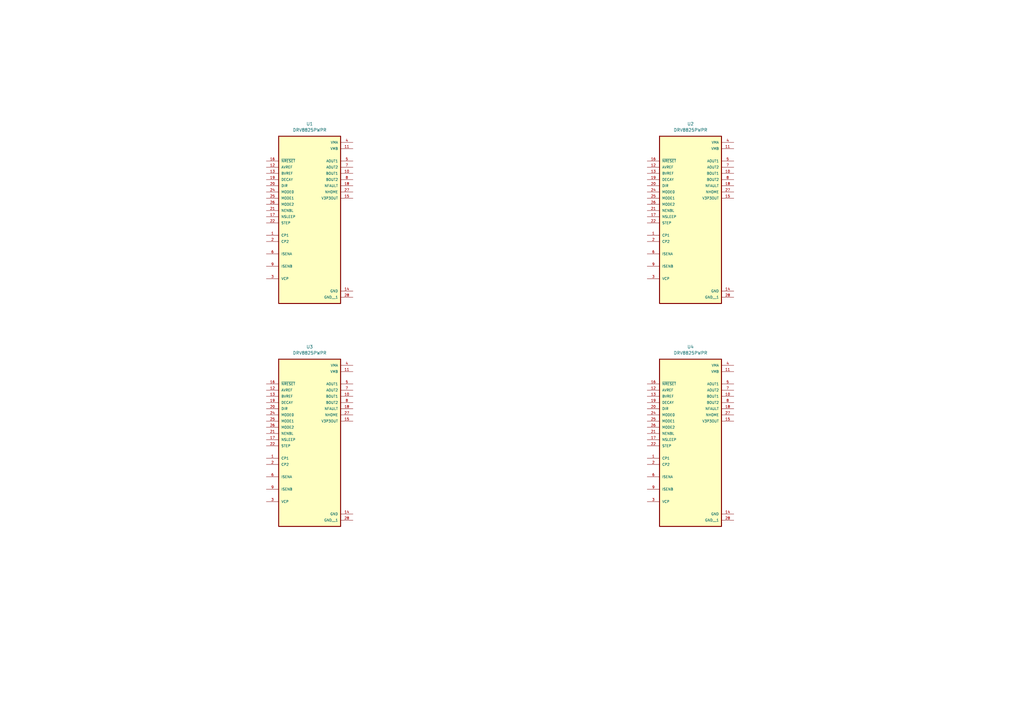
<source format=kicad_sch>
(kicad_sch (version 20231120) (generator "eeschema") (generator_version "8.0")
  (paper "A3")
  (lib_symbols
    (symbol "DRV8825PWPR:DRV8825PWPR" (pin_names (offset 1.016))
      (property "Reference" "U" (at -12.7 34.02 0))
      (property "Value" "DRV8825PWPR" (at -12.7 -39.56 0))
      (symbol "DRV8825PWPR_0_0"
        (rectangle (start -12.7 -35.56) (end 12.7 33.02) (stroke (width 0.41)) (fill (type background)))
        (pin bidirectional line (at -17.78 -7.62 0) (length 5.08) (name "CP1") (number "1"))
        (pin output line (at 17.78 17.78 180) (length 5.08) (name "BOUT1") (number "10"))
        (pin power_in line (at 17.78 27.94 180) (length 5.08) (name "VMB") (number "11"))
        (pin input line (at -17.78 20.32 0) (length 5.08) (name "AVREF") (number "12"))
        (pin input line (at -17.78 17.78 0) (length 5.08) (name "BVREF") (number "13"))
        (pin power_in line (at 17.78 -30.48 180) (length 5.08) (name "GND") (number "14"))
        (pin output line (at 17.78 7.62 180) (length 5.08) (name "V3P3OUT") (number "15"))
        (pin input line (at -17.78 22.86 0) (length 5.08) (name "~{NRESET}") (number "16"))
        (pin input line (at -17.78 0 0) (length 5.08) (name "NSLEEP") (number "17"))
        (pin output line (at 17.78 12.7 180) (length 5.08) (name "NFAULT") (number "18"))
        (pin input line (at -17.78 15.24 0) (length 5.08) (name "DECAY") (number "19"))
        (pin bidirectional line (at -17.78 -10.16 0) (length 5.08) (name "CP2") (number "2"))
        (pin input line (at -17.78 12.7 0) (length 5.08) (name "DIR") (number "20"))
        (pin input line (at -17.78 2.54 0) (length 5.08) (name "NENBL") (number "21"))
        (pin input line (at -17.78 -2.54 0) (length 5.08) (name "STEP") (number "22"))
        (pin input line (at -17.78 10.16 0) (length 5.08) (name "MODE0") (number "24"))
        (pin input line (at -17.78 7.62 0) (length 5.08) (name "MODE1") (number "25"))
        (pin input line (at -17.78 5.08 0) (length 5.08) (name "MODE2") (number "26"))
        (pin output line (at 17.78 10.16 180) (length 5.08) (name "NHOME") (number "27"))
        (pin power_in line (at 17.78 -33.02 180) (length 5.08) (name "GND__1") (number "28"))
        (pin bidirectional line (at -17.78 -25.4 0) (length 5.08) (name "VCP") (number "3"))
        (pin power_in line (at 17.78 30.48 180) (length 5.08) (name "VMA") (number "4"))
        (pin output line (at 17.78 22.86 180) (length 5.08) (name "AOUT1") (number "5"))
        (pin bidirectional line (at -17.78 -15.24 0) (length 5.08) (name "ISENA") (number "6"))
        (pin output line (at 17.78 20.32 180) (length 5.08) (name "AOUT2") (number "7"))
        (pin output line (at 17.78 15.24 180) (length 5.08) (name "BOUT2") (number "8"))
        (pin bidirectional line (at -17.78 -20.32 0) (length 5.08) (name "ISENB") (number "9"))
      )
    )
  )
  (symbol (lib_id "DRV8825PWPR:DRV8825PWPR") (at 283.21 88.9 0) (unit 1)
    (property "Reference" "U2" (at 283.21 50.8 0))
    (property "Value" "DRV8825PWPR" (at 283.21 53.34 0))
    (property "Footprint" "DRV8825PWPR:IC_TPS61196PWPRQ1" (effects (hide yes)))
  )
  (symbol (lib_id "DRV8825PWPR:DRV8825PWPR") (at 127 88.9 0) (unit 1)
    (property "Reference" "U1" (at 127 50.8 0))
    (property "Value" "DRV8825PWPR" (at 127 53.34 0))
    (property "Footprint" "DRV8825PWPR:IC_TPS61196PWPRQ1" (effects (hide yes)))
  )
  (symbol (lib_id "DRV8825PWPR:DRV8825PWPR") (at 283.21 180.34 0) (unit 1)
    (property "Reference" "U4" (at 283.21 142.24 0))
    (property "Value" "DRV8825PWPR" (at 283.21 144.78 0))
    (property "Footprint" "DRV8825PWPR:IC_TPS61196PWPRQ1" (effects (hide yes)))
  )
  (symbol (lib_id "DRV8825PWPR:DRV8825PWPR") (at 127 180.34 0) (unit 1)
    (property "Reference" "U3" (at 127 142.24 0))
    (property "Value" "DRV8825PWPR" (at 127 144.78 0))
    (property "Footprint" "DRV8825PWPR:IC_TPS61196PWPRQ1" (effects (hide yes)))
  )
)
</source>
